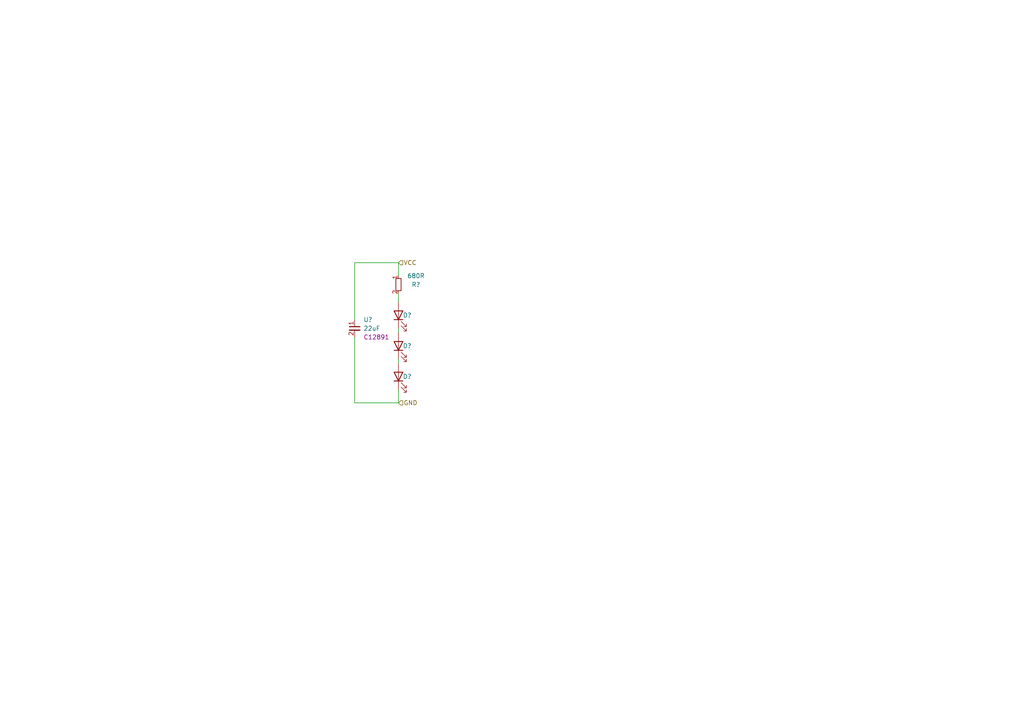
<source format=kicad_sch>
(kicad_sch (version 20230121) (generator eeschema)
  (paper "A4")
  (lib_symbols
    (symbol "Device:LED" (pin_numbers hide) (pin_names (offset 1.016) hide)
      (property "Reference" "D" (at 0 2.54 0))
      (property "Value" "LED" (at 0 -2.54 0))
      (symbol "LED_0_1"
        (polyline (pts (xy -1.27 -1.27) (xy -1.27 1.27)) (stroke (width 0.254)))
        (polyline (pts (xy -1.27 0) (xy 1.27 0)))
        (polyline (pts (xy 1.27 -1.27) (xy 1.27 1.27) (xy -1.27 0) (xy 1.27 -1.27)) (stroke (width 0.254)))
        (polyline (pts (xy -3.048 -0.762) (xy -4.572 -2.286) (xy -3.81 -2.286) (xy -4.572 -2.286) (xy -4.572 -1.524)))
        (polyline (pts (xy -1.778 -0.762) (xy -3.302 -2.286) (xy -2.54 -2.286) (xy -3.302 -2.286) (xy -3.302 -1.524)))
      )
      (symbol "LED_1_1"
        (pin passive line (at -3.81 0 0) (length 2.54) (name "K") (number "1"))
        (pin passive line (at 3.81 0 180) (length 2.54) (name "A") (number "2"))
      )
    )
    (symbol "capacitor_miscellaneous:C_1206_47uF"
      (property "Reference" "U" (at 1.27 2.54 0))
      (property "Value" "47uF" (at 3.81 -2.54 0))
      (property "JLCPCB Part#" "C96123" (at 0 0 0))
      (symbol "C_1206_47uF_0_1"
        (polyline (pts (xy -1.524 -0.508) (xy 1.524 -0.508)) (stroke (width 0.3302)))
        (polyline (pts (xy -1.524 0.508) (xy 1.524 0.508)) (stroke (width 0.3048)))
      )
      (symbol "C_1206_47uF_1_1"
        (pin passive line (at 0 2.54 270) (length 2.032) (name "~") (number "1"))
        (pin passive line (at 0 -2.54 90) (length 2.032) (name "~") (number "2"))
      )
    )
    (symbol "resistors_0805:R_680R_0805"
      (property "Reference" "R" (at 1.27 2.54 0))
      (property "Value" "680R" (at 2.54 -2.54 0))
      (symbol "R_680R_0805_0_1"
        (rectangle (start -0.762 1.778) (end 0.762 -1.778) (stroke (width 0.2032)))
      )
      (symbol "R_680R_0805_1_1"
        (pin passive line (at 0 2.54 270) (length 0.762) (name "~") (number "1"))
        (pin passive line (at 0 -2.54 90) (length 0.762) (name "~") (number "2"))
      )
    )
  )
  (wire (pts (xy 102.87 97.79) (xy 102.87 116.84)))
  (wire (pts (xy 115.57 85.09) (xy 115.57 87.63)))
  (wire (pts (xy 115.57 76.2) (xy 115.57 80.01)))
  (wire (pts (xy 102.87 116.84) (xy 115.57 116.84)))
  (wire (pts (xy 115.57 95.25) (xy 115.57 96.52)))
  (wire (pts (xy 115.57 113.03) (xy 115.57 116.84)))
  (wire (pts (xy 102.87 76.2) (xy 115.57 76.2)))
  (wire (pts (xy 102.87 92.71) (xy 102.87 76.2)))
  (wire (pts (xy 115.57 104.14) (xy 115.57 105.41)))
  (hierarchical_label "GND" (shape input) (at 115.57 116.84 0))
  (hierarchical_label "VCC" (shape input) (at 115.57 76.2 0))
  (symbol (lib_id "capacitor_miscellaneous:C_1206_47uF") (at 102.87 95.25 0) (unit 1)
    (property "Reference" "U?" (at 105.41 92.7163 0) (effects (justify left)))
    (property "Value" "22uF" (at 105.41 95.2563 0) (effects (justify left)))
    (property "Footprint" "Capacitor_SMD:C_1206_3216Metric" (effects hide))
    (property "JLCPCB Part#" "C12891" (at 105.41 97.7963 0) (effects (justify left)))
    (instances (project "ledStrip" (path "" (reference "U?") (unit 1)) (path "" (reference "C1") (unit 1)) (path "" (reference "C2") (unit 1)) (path "" (reference "C3") (unit 1))))
  )
  (symbol (lib_id "resistors_0805:R_680R_0805") (at 115.57 82.55 0) (unit 1)
    (property "Reference" "R?" (at 120.65 82.55 0))
    (property "Value" "680R" (at 120.65 80.01 0))
    (property "Footprint" "custom_kicad_lib_sk:R_0805_handsolder-smalltext" (effects hide))
    (property "JLCPCB Part#" "C17798" (effects hide))
    (instances (project "ledStrip" (path "" (reference "R?") (unit 1)) (path "" (reference "R1") (unit 1)) (path "" (reference "R2") (unit 1)) (path "" (reference "R3") (unit 1))))
  )
  (symbol (lib_id "Device:LED") (at 115.57 109.22 90) (unit 1)
    (property "Reference" "D?" (at 118.11 109.22 90))
    (property "Value" "LED" (effects hide))
    (property "Footprint" "custom_kicad_lib_sk:1206_reverse_mount" (effects hide))
    (instances (project "ledStrip" (path "" (reference "D?") (unit 1)) (path "" (reference "D4") (unit 1)) (path "" (reference "D7") (unit 1)) (path "" (reference "D10") (unit 1))))
  )
  (symbol (lib_id "Device:LED") (at 115.57 91.44 90) (unit 1)
    (property "Reference" "D?" (at 118.11 91.44 90))
    (property "Value" "LED" (effects hide))
    (property "Footprint" "custom_kicad_lib_sk:1206_reverse_mount" (effects hide))
    (instances (project "ledStrip" (path "" (reference "D?") (unit 1)) (path "" (reference "D2") (unit 1)) (path "" (reference "D5") (unit 1)) (path "" (reference "D8") (unit 1))))
  )
  (symbol (lib_id "Device:LED") (at 115.57 100.33 90) (unit 1)
    (property "Reference" "D?" (at 118.11 100.33 90))
    (property "Value" "LED" (effects hide))
    (property "Footprint" "custom_kicad_lib_sk:1206_reverse_mount" (effects hide))
    (instances (project "ledStrip" (path "" (reference "D?") (unit 1)) (path "" (reference "D3") (unit 1)) (path "" (reference "D6") (unit 1)) (path "" (reference "D9") (unit 1))))
  )
)
</source>
